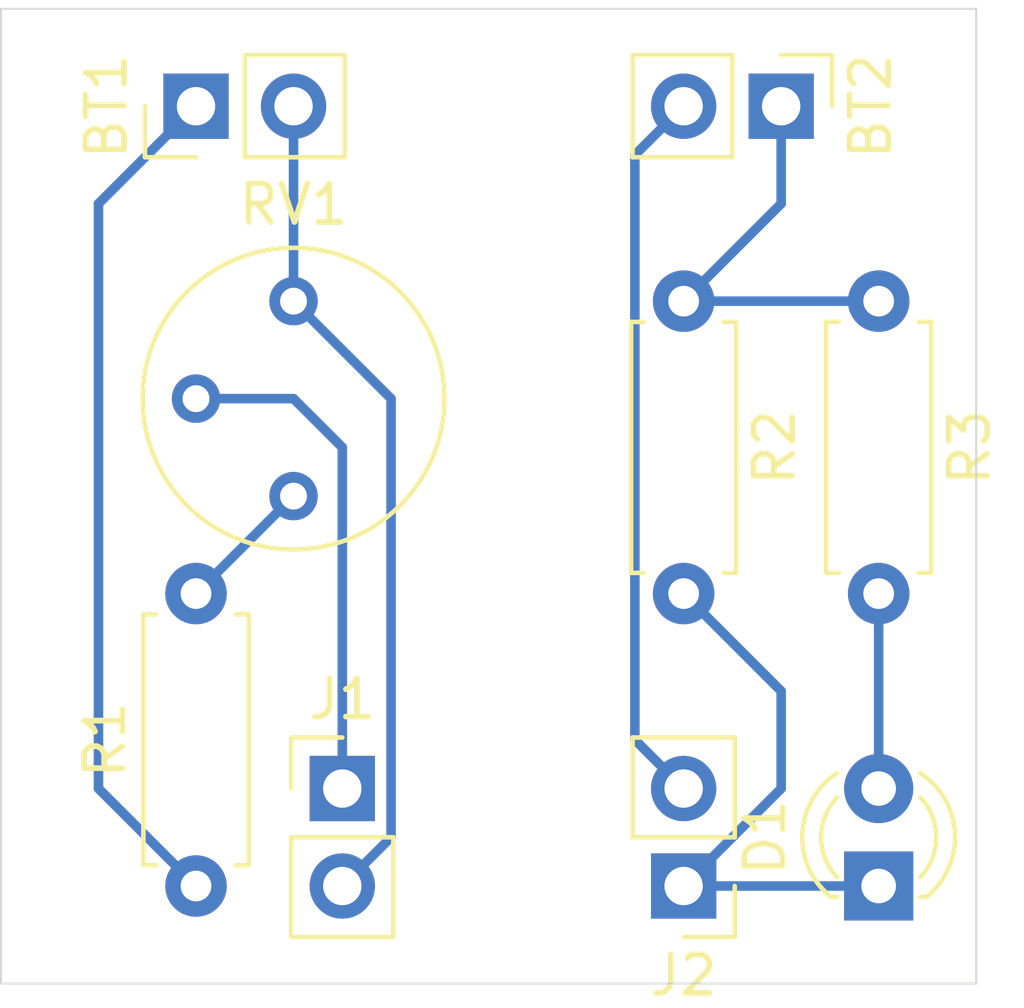
<source format=kicad_pcb>
(kicad_pcb (version 20171130) (host pcbnew "(5.1.4)-1")

  (general
    (thickness 1.6)
    (drawings 4)
    (tracks 22)
    (zones 0)
    (modules 9)
    (nets 9)
  )

  (page A4)
  (layers
    (0 F.Cu signal)
    (31 B.Cu signal)
    (32 B.Adhes user)
    (33 F.Adhes user)
    (34 B.Paste user)
    (35 F.Paste user)
    (36 B.SilkS user)
    (37 F.SilkS user)
    (38 B.Mask user)
    (39 F.Mask user)
    (40 Dwgs.User user)
    (41 Cmts.User user)
    (42 Eco1.User user)
    (43 Eco2.User user)
    (44 Edge.Cuts user)
    (45 Margin user)
    (46 B.CrtYd user)
    (47 F.CrtYd user)
    (48 B.Fab user)
    (49 F.Fab user)
  )

  (setup
    (last_trace_width 0.25)
    (trace_clearance 0.2)
    (zone_clearance 0.508)
    (zone_45_only no)
    (trace_min 0.2)
    (via_size 0.8)
    (via_drill 0.4)
    (via_min_size 0.4)
    (via_min_drill 0.3)
    (uvia_size 0.3)
    (uvia_drill 0.1)
    (uvias_allowed no)
    (uvia_min_size 0.2)
    (uvia_min_drill 0.1)
    (edge_width 0.05)
    (segment_width 0.2)
    (pcb_text_width 0.3)
    (pcb_text_size 1.5 1.5)
    (mod_edge_width 0.12)
    (mod_text_size 1 1)
    (mod_text_width 0.15)
    (pad_size 1.524 1.524)
    (pad_drill 0.762)
    (pad_to_mask_clearance 0.051)
    (solder_mask_min_width 0.25)
    (aux_axis_origin 0 0)
    (visible_elements FFFFFF7F)
    (pcbplotparams
      (layerselection 0x010fc_ffffffff)
      (usegerberextensions false)
      (usegerberattributes false)
      (usegerberadvancedattributes false)
      (creategerberjobfile false)
      (excludeedgelayer true)
      (linewidth 0.100000)
      (plotframeref false)
      (viasonmask false)
      (mode 1)
      (useauxorigin false)
      (hpglpennumber 1)
      (hpglpenspeed 20)
      (hpglpendiameter 15.000000)
      (psnegative false)
      (psa4output false)
      (plotreference true)
      (plotvalue true)
      (plotinvisibletext false)
      (padsonsilk false)
      (subtractmaskfromsilk false)
      (outputformat 1)
      (mirror false)
      (drillshape 1)
      (scaleselection 1)
      (outputdirectory ""))
  )

  (net 0 "")
  (net 1 "Net-(BT1-Pad2)")
  (net 2 "Net-(BT1-Pad1)")
  (net 3 "Net-(BT2-Pad2)")
  (net 4 "Net-(BT2-Pad1)")
  (net 5 "Net-(D1-Pad2)")
  (net 6 "Net-(D1-Pad1)")
  (net 7 "Net-(J1-Pad1)")
  (net 8 "Net-(R1-Pad2)")

  (net_class Default "This is the default net class."
    (clearance 0.2)
    (trace_width 0.25)
    (via_dia 0.8)
    (via_drill 0.4)
    (uvia_dia 0.3)
    (uvia_drill 0.1)
    (add_net "Net-(BT1-Pad1)")
    (add_net "Net-(BT1-Pad2)")
    (add_net "Net-(BT2-Pad1)")
    (add_net "Net-(BT2-Pad2)")
    (add_net "Net-(D1-Pad1)")
    (add_net "Net-(D1-Pad2)")
    (add_net "Net-(J1-Pad1)")
    (add_net "Net-(R1-Pad2)")
  )

  (module Connector_PinHeader_2.54mm:PinHeader_1x02_P2.54mm_Vertical (layer F.Cu) (tedit 59FED5CC) (tstamp 5F4DA21A)
    (at 71.12 55.88 270)
    (descr "Through hole straight pin header, 1x02, 2.54mm pitch, single row")
    (tags "Through hole pin header THT 1x02 2.54mm single row")
    (path /5F4E51EF)
    (fp_text reference BT2 (at 0 -2.33 90) (layer F.SilkS)
      (effects (font (size 1 1) (thickness 0.15)))
    )
    (fp_text value Battery (at 0 4.87 90) (layer F.Fab)
      (effects (font (size 1 1) (thickness 0.15)))
    )
    (fp_text user %R (at 0 1.27) (layer F.Fab)
      (effects (font (size 1 1) (thickness 0.15)))
    )
    (fp_line (start 1.8 -1.8) (end -1.8 -1.8) (layer F.CrtYd) (width 0.05))
    (fp_line (start 1.8 4.35) (end 1.8 -1.8) (layer F.CrtYd) (width 0.05))
    (fp_line (start -1.8 4.35) (end 1.8 4.35) (layer F.CrtYd) (width 0.05))
    (fp_line (start -1.8 -1.8) (end -1.8 4.35) (layer F.CrtYd) (width 0.05))
    (fp_line (start -1.33 -1.33) (end 0 -1.33) (layer F.SilkS) (width 0.12))
    (fp_line (start -1.33 0) (end -1.33 -1.33) (layer F.SilkS) (width 0.12))
    (fp_line (start -1.33 1.27) (end 1.33 1.27) (layer F.SilkS) (width 0.12))
    (fp_line (start 1.33 1.27) (end 1.33 3.87) (layer F.SilkS) (width 0.12))
    (fp_line (start -1.33 1.27) (end -1.33 3.87) (layer F.SilkS) (width 0.12))
    (fp_line (start -1.33 3.87) (end 1.33 3.87) (layer F.SilkS) (width 0.12))
    (fp_line (start -1.27 -0.635) (end -0.635 -1.27) (layer F.Fab) (width 0.1))
    (fp_line (start -1.27 3.81) (end -1.27 -0.635) (layer F.Fab) (width 0.1))
    (fp_line (start 1.27 3.81) (end -1.27 3.81) (layer F.Fab) (width 0.1))
    (fp_line (start 1.27 -1.27) (end 1.27 3.81) (layer F.Fab) (width 0.1))
    (fp_line (start -0.635 -1.27) (end 1.27 -1.27) (layer F.Fab) (width 0.1))
    (pad 2 thru_hole oval (at 0 2.54 270) (size 1.7 1.7) (drill 1) (layers *.Cu *.Mask)
      (net 3 "Net-(BT2-Pad2)"))
    (pad 1 thru_hole rect (at 0 0 270) (size 1.7 1.7) (drill 1) (layers *.Cu *.Mask)
      (net 4 "Net-(BT2-Pad1)"))
    (model ${KISYS3DMOD}/Connector_PinHeader_2.54mm.3dshapes/PinHeader_1x02_P2.54mm_Vertical.wrl
      (at (xyz 0 0 0))
      (scale (xyz 1 1 1))
      (rotate (xyz 0 0 0))
    )
  )

  (module Connector_PinHeader_2.54mm:PinHeader_1x02_P2.54mm_Vertical (layer F.Cu) (tedit 59FED5CC) (tstamp 5F4DA20F)
    (at 55.88 55.88 90)
    (descr "Through hole straight pin header, 1x02, 2.54mm pitch, single row")
    (tags "Through hole pin header THT 1x02 2.54mm single row")
    (path /5F4D9F7B)
    (fp_text reference BT1 (at 0 -2.33 90) (layer F.SilkS)
      (effects (font (size 1 1) (thickness 0.15)))
    )
    (fp_text value Battery (at 0 4.87 90) (layer F.Fab)
      (effects (font (size 1 1) (thickness 0.15)))
    )
    (fp_text user %R (at 0 1.27) (layer F.Fab)
      (effects (font (size 1 1) (thickness 0.15)))
    )
    (fp_line (start 1.8 -1.8) (end -1.8 -1.8) (layer F.CrtYd) (width 0.05))
    (fp_line (start 1.8 4.35) (end 1.8 -1.8) (layer F.CrtYd) (width 0.05))
    (fp_line (start -1.8 4.35) (end 1.8 4.35) (layer F.CrtYd) (width 0.05))
    (fp_line (start -1.8 -1.8) (end -1.8 4.35) (layer F.CrtYd) (width 0.05))
    (fp_line (start -1.33 -1.33) (end 0 -1.33) (layer F.SilkS) (width 0.12))
    (fp_line (start -1.33 0) (end -1.33 -1.33) (layer F.SilkS) (width 0.12))
    (fp_line (start -1.33 1.27) (end 1.33 1.27) (layer F.SilkS) (width 0.12))
    (fp_line (start 1.33 1.27) (end 1.33 3.87) (layer F.SilkS) (width 0.12))
    (fp_line (start -1.33 1.27) (end -1.33 3.87) (layer F.SilkS) (width 0.12))
    (fp_line (start -1.33 3.87) (end 1.33 3.87) (layer F.SilkS) (width 0.12))
    (fp_line (start -1.27 -0.635) (end -0.635 -1.27) (layer F.Fab) (width 0.1))
    (fp_line (start -1.27 3.81) (end -1.27 -0.635) (layer F.Fab) (width 0.1))
    (fp_line (start 1.27 3.81) (end -1.27 3.81) (layer F.Fab) (width 0.1))
    (fp_line (start 1.27 -1.27) (end 1.27 3.81) (layer F.Fab) (width 0.1))
    (fp_line (start -0.635 -1.27) (end 1.27 -1.27) (layer F.Fab) (width 0.1))
    (pad 2 thru_hole oval (at 0 2.54 90) (size 1.7 1.7) (drill 1) (layers *.Cu *.Mask)
      (net 1 "Net-(BT1-Pad2)"))
    (pad 1 thru_hole rect (at 0 0 90) (size 1.7 1.7) (drill 1) (layers *.Cu *.Mask)
      (net 2 "Net-(BT1-Pad1)"))
    (model ${KISYS3DMOD}/Connector_PinHeader_2.54mm.3dshapes/PinHeader_1x02_P2.54mm_Vertical.wrl
      (at (xyz 0 0 0))
      (scale (xyz 1 1 1))
      (rotate (xyz 0 0 0))
    )
  )

  (module Potentiometer_THT:Potentiometer_Bourns_3339P_Vertical (layer F.Cu) (tedit 5A3D4993) (tstamp 5F4DA2AF)
    (at 58.42 66.04)
    (descr "Potentiometer, vertical, Bourns 3339P, http://www.bourns.com/docs/Product-Datasheets/3339.pdf")
    (tags "Potentiometer vertical Bourns 3339P")
    (path /5F4DBF7C)
    (fp_text reference RV1 (at 0 -7.6) (layer F.SilkS)
      (effects (font (size 1 1) (thickness 0.15)))
    )
    (fp_text value 50K (at 0 2.52) (layer F.Fab)
      (effects (font (size 1 1) (thickness 0.15)))
    )
    (fp_text user %R (at -3.018 -2.54 90) (layer F.Fab)
      (effects (font (size 0.66 0.66) (thickness 0.15)))
    )
    (fp_line (start 4.1 -6.6) (end -4.1 -6.6) (layer F.CrtYd) (width 0.05))
    (fp_line (start 4.1 1.55) (end 4.1 -6.6) (layer F.CrtYd) (width 0.05))
    (fp_line (start -4.1 1.55) (end 4.1 1.55) (layer F.CrtYd) (width 0.05))
    (fp_line (start -4.1 -6.6) (end -4.1 1.55) (layer F.CrtYd) (width 0.05))
    (fp_line (start 0 -0.064) (end 0.001 -5.014) (layer F.Fab) (width 0.1))
    (fp_line (start 0 -0.064) (end 0.001 -5.014) (layer F.Fab) (width 0.1))
    (fp_circle (center 0 -2.54) (end 3.93 -2.54) (layer F.SilkS) (width 0.12))
    (fp_circle (center 0 -2.54) (end 2.5 -2.54) (layer F.Fab) (width 0.1))
    (fp_circle (center 0 -2.54) (end 3.81 -2.54) (layer F.Fab) (width 0.1))
    (pad 1 thru_hole circle (at 0 0) (size 1.26 1.26) (drill 0.7) (layers *.Cu *.Mask)
      (net 8 "Net-(R1-Pad2)"))
    (pad 2 thru_hole circle (at -2.54 -2.54) (size 1.26 1.26) (drill 0.7) (layers *.Cu *.Mask)
      (net 7 "Net-(J1-Pad1)"))
    (pad 3 thru_hole circle (at 0 -5.08) (size 1.26 1.26) (drill 0.7) (layers *.Cu *.Mask)
      (net 1 "Net-(BT1-Pad2)"))
    (model ${KISYS3DMOD}/Potentiometer_THT.3dshapes/Potentiometer_Bourns_3339P_Vertical.wrl
      (at (xyz 0 0 0))
      (scale (xyz 1 1 1))
      (rotate (xyz 0 0 0))
    )
  )

  (module Resistor_THT:R_Axial_DIN0207_L6.3mm_D2.5mm_P7.62mm_Horizontal (layer F.Cu) (tedit 5AE5139B) (tstamp 5F4DA29E)
    (at 73.66 60.96 270)
    (descr "Resistor, Axial_DIN0207 series, Axial, Horizontal, pin pitch=7.62mm, 0.25W = 1/4W, length*diameter=6.3*2.5mm^2, http://cdn-reichelt.de/documents/datenblatt/B400/1_4W%23YAG.pdf")
    (tags "Resistor Axial_DIN0207 series Axial Horizontal pin pitch 7.62mm 0.25W = 1/4W length 6.3mm diameter 2.5mm")
    (path /5F4E2AF8)
    (fp_text reference R3 (at 3.81 -2.37 90) (layer F.SilkS)
      (effects (font (size 1 1) (thickness 0.15)))
    )
    (fp_text value 2K (at 3.81 2.37 90) (layer F.Fab)
      (effects (font (size 1 1) (thickness 0.15)))
    )
    (fp_text user %R (at 3.81 0 90) (layer F.Fab)
      (effects (font (size 1 1) (thickness 0.15)))
    )
    (fp_line (start 8.67 -1.5) (end -1.05 -1.5) (layer F.CrtYd) (width 0.05))
    (fp_line (start 8.67 1.5) (end 8.67 -1.5) (layer F.CrtYd) (width 0.05))
    (fp_line (start -1.05 1.5) (end 8.67 1.5) (layer F.CrtYd) (width 0.05))
    (fp_line (start -1.05 -1.5) (end -1.05 1.5) (layer F.CrtYd) (width 0.05))
    (fp_line (start 7.08 1.37) (end 7.08 1.04) (layer F.SilkS) (width 0.12))
    (fp_line (start 0.54 1.37) (end 7.08 1.37) (layer F.SilkS) (width 0.12))
    (fp_line (start 0.54 1.04) (end 0.54 1.37) (layer F.SilkS) (width 0.12))
    (fp_line (start 7.08 -1.37) (end 7.08 -1.04) (layer F.SilkS) (width 0.12))
    (fp_line (start 0.54 -1.37) (end 7.08 -1.37) (layer F.SilkS) (width 0.12))
    (fp_line (start 0.54 -1.04) (end 0.54 -1.37) (layer F.SilkS) (width 0.12))
    (fp_line (start 7.62 0) (end 6.96 0) (layer F.Fab) (width 0.1))
    (fp_line (start 0 0) (end 0.66 0) (layer F.Fab) (width 0.1))
    (fp_line (start 6.96 -1.25) (end 0.66 -1.25) (layer F.Fab) (width 0.1))
    (fp_line (start 6.96 1.25) (end 6.96 -1.25) (layer F.Fab) (width 0.1))
    (fp_line (start 0.66 1.25) (end 6.96 1.25) (layer F.Fab) (width 0.1))
    (fp_line (start 0.66 -1.25) (end 0.66 1.25) (layer F.Fab) (width 0.1))
    (pad 2 thru_hole oval (at 7.62 0 270) (size 1.6 1.6) (drill 0.8) (layers *.Cu *.Mask)
      (net 5 "Net-(D1-Pad2)"))
    (pad 1 thru_hole circle (at 0 0 270) (size 1.6 1.6) (drill 0.8) (layers *.Cu *.Mask)
      (net 4 "Net-(BT2-Pad1)"))
    (model ${KISYS3DMOD}/Resistor_THT.3dshapes/R_Axial_DIN0207_L6.3mm_D2.5mm_P7.62mm_Horizontal.wrl
      (at (xyz 0 0 0))
      (scale (xyz 1 1 1))
      (rotate (xyz 0 0 0))
    )
  )

  (module Resistor_THT:R_Axial_DIN0207_L6.3mm_D2.5mm_P7.62mm_Horizontal (layer F.Cu) (tedit 5AE5139B) (tstamp 5F4DA287)
    (at 68.58 60.96 270)
    (descr "Resistor, Axial_DIN0207 series, Axial, Horizontal, pin pitch=7.62mm, 0.25W = 1/4W, length*diameter=6.3*2.5mm^2, http://cdn-reichelt.de/documents/datenblatt/B400/1_4W%23YAG.pdf")
    (tags "Resistor Axial_DIN0207 series Axial Horizontal pin pitch 7.62mm 0.25W = 1/4W length 6.3mm diameter 2.5mm")
    (path /5F4DFD50)
    (fp_text reference R2 (at 3.81 -2.37 90) (layer F.SilkS)
      (effects (font (size 1 1) (thickness 0.15)))
    )
    (fp_text value 3.3K (at 3.81 2.37 90) (layer F.Fab)
      (effects (font (size 1 1) (thickness 0.15)))
    )
    (fp_text user %R (at 3.81 0 90) (layer F.Fab)
      (effects (font (size 1 1) (thickness 0.15)))
    )
    (fp_line (start 8.67 -1.5) (end -1.05 -1.5) (layer F.CrtYd) (width 0.05))
    (fp_line (start 8.67 1.5) (end 8.67 -1.5) (layer F.CrtYd) (width 0.05))
    (fp_line (start -1.05 1.5) (end 8.67 1.5) (layer F.CrtYd) (width 0.05))
    (fp_line (start -1.05 -1.5) (end -1.05 1.5) (layer F.CrtYd) (width 0.05))
    (fp_line (start 7.08 1.37) (end 7.08 1.04) (layer F.SilkS) (width 0.12))
    (fp_line (start 0.54 1.37) (end 7.08 1.37) (layer F.SilkS) (width 0.12))
    (fp_line (start 0.54 1.04) (end 0.54 1.37) (layer F.SilkS) (width 0.12))
    (fp_line (start 7.08 -1.37) (end 7.08 -1.04) (layer F.SilkS) (width 0.12))
    (fp_line (start 0.54 -1.37) (end 7.08 -1.37) (layer F.SilkS) (width 0.12))
    (fp_line (start 0.54 -1.04) (end 0.54 -1.37) (layer F.SilkS) (width 0.12))
    (fp_line (start 7.62 0) (end 6.96 0) (layer F.Fab) (width 0.1))
    (fp_line (start 0 0) (end 0.66 0) (layer F.Fab) (width 0.1))
    (fp_line (start 6.96 -1.25) (end 0.66 -1.25) (layer F.Fab) (width 0.1))
    (fp_line (start 6.96 1.25) (end 6.96 -1.25) (layer F.Fab) (width 0.1))
    (fp_line (start 0.66 1.25) (end 6.96 1.25) (layer F.Fab) (width 0.1))
    (fp_line (start 0.66 -1.25) (end 0.66 1.25) (layer F.Fab) (width 0.1))
    (pad 2 thru_hole oval (at 7.62 0 270) (size 1.6 1.6) (drill 0.8) (layers *.Cu *.Mask)
      (net 6 "Net-(D1-Pad1)"))
    (pad 1 thru_hole circle (at 0 0 270) (size 1.6 1.6) (drill 0.8) (layers *.Cu *.Mask)
      (net 4 "Net-(BT2-Pad1)"))
    (model ${KISYS3DMOD}/Resistor_THT.3dshapes/R_Axial_DIN0207_L6.3mm_D2.5mm_P7.62mm_Horizontal.wrl
      (at (xyz 0 0 0))
      (scale (xyz 1 1 1))
      (rotate (xyz 0 0 0))
    )
  )

  (module Resistor_THT:R_Axial_DIN0207_L6.3mm_D2.5mm_P7.62mm_Horizontal (layer F.Cu) (tedit 5AE5139B) (tstamp 5F4DA270)
    (at 55.88 76.2 90)
    (descr "Resistor, Axial_DIN0207 series, Axial, Horizontal, pin pitch=7.62mm, 0.25W = 1/4W, length*diameter=6.3*2.5mm^2, http://cdn-reichelt.de/documents/datenblatt/B400/1_4W%23YAG.pdf")
    (tags "Resistor Axial_DIN0207 series Axial Horizontal pin pitch 7.62mm 0.25W = 1/4W length 6.3mm diameter 2.5mm")
    (path /5F4DD559)
    (fp_text reference R1 (at 3.81 -2.37 90) (layer F.SilkS)
      (effects (font (size 1 1) (thickness 0.15)))
    )
    (fp_text value 10K (at 3.81 2.37 90) (layer F.Fab)
      (effects (font (size 1 1) (thickness 0.15)))
    )
    (fp_text user %R (at 3.81 0 90) (layer F.Fab)
      (effects (font (size 1 1) (thickness 0.15)))
    )
    (fp_line (start 8.67 -1.5) (end -1.05 -1.5) (layer F.CrtYd) (width 0.05))
    (fp_line (start 8.67 1.5) (end 8.67 -1.5) (layer F.CrtYd) (width 0.05))
    (fp_line (start -1.05 1.5) (end 8.67 1.5) (layer F.CrtYd) (width 0.05))
    (fp_line (start -1.05 -1.5) (end -1.05 1.5) (layer F.CrtYd) (width 0.05))
    (fp_line (start 7.08 1.37) (end 7.08 1.04) (layer F.SilkS) (width 0.12))
    (fp_line (start 0.54 1.37) (end 7.08 1.37) (layer F.SilkS) (width 0.12))
    (fp_line (start 0.54 1.04) (end 0.54 1.37) (layer F.SilkS) (width 0.12))
    (fp_line (start 7.08 -1.37) (end 7.08 -1.04) (layer F.SilkS) (width 0.12))
    (fp_line (start 0.54 -1.37) (end 7.08 -1.37) (layer F.SilkS) (width 0.12))
    (fp_line (start 0.54 -1.04) (end 0.54 -1.37) (layer F.SilkS) (width 0.12))
    (fp_line (start 7.62 0) (end 6.96 0) (layer F.Fab) (width 0.1))
    (fp_line (start 0 0) (end 0.66 0) (layer F.Fab) (width 0.1))
    (fp_line (start 6.96 -1.25) (end 0.66 -1.25) (layer F.Fab) (width 0.1))
    (fp_line (start 6.96 1.25) (end 6.96 -1.25) (layer F.Fab) (width 0.1))
    (fp_line (start 0.66 1.25) (end 6.96 1.25) (layer F.Fab) (width 0.1))
    (fp_line (start 0.66 -1.25) (end 0.66 1.25) (layer F.Fab) (width 0.1))
    (pad 2 thru_hole oval (at 7.62 0 90) (size 1.6 1.6) (drill 0.8) (layers *.Cu *.Mask)
      (net 8 "Net-(R1-Pad2)"))
    (pad 1 thru_hole circle (at 0 0 90) (size 1.6 1.6) (drill 0.8) (layers *.Cu *.Mask)
      (net 2 "Net-(BT1-Pad1)"))
    (model ${KISYS3DMOD}/Resistor_THT.3dshapes/R_Axial_DIN0207_L6.3mm_D2.5mm_P7.62mm_Horizontal.wrl
      (at (xyz 0 0 0))
      (scale (xyz 1 1 1))
      (rotate (xyz 0 0 0))
    )
  )

  (module Connector_PinHeader_2.54mm:PinHeader_1x02_P2.54mm_Vertical (layer F.Cu) (tedit 59FED5CC) (tstamp 5F4DA259)
    (at 68.58 76.2 180)
    (descr "Through hole straight pin header, 1x02, 2.54mm pitch, single row")
    (tags "Through hole pin header THT 1x02 2.54mm single row")
    (path /5F4DE9D6)
    (fp_text reference J2 (at 0 -2.33) (layer F.SilkS)
      (effects (font (size 1 1) (thickness 0.15)))
    )
    (fp_text value Conn_01x02_Male (at 0 4.87) (layer F.Fab)
      (effects (font (size 1 1) (thickness 0.15)))
    )
    (fp_text user %R (at 0 1.27 90) (layer F.Fab)
      (effects (font (size 1 1) (thickness 0.15)))
    )
    (fp_line (start 1.8 -1.8) (end -1.8 -1.8) (layer F.CrtYd) (width 0.05))
    (fp_line (start 1.8 4.35) (end 1.8 -1.8) (layer F.CrtYd) (width 0.05))
    (fp_line (start -1.8 4.35) (end 1.8 4.35) (layer F.CrtYd) (width 0.05))
    (fp_line (start -1.8 -1.8) (end -1.8 4.35) (layer F.CrtYd) (width 0.05))
    (fp_line (start -1.33 -1.33) (end 0 -1.33) (layer F.SilkS) (width 0.12))
    (fp_line (start -1.33 0) (end -1.33 -1.33) (layer F.SilkS) (width 0.12))
    (fp_line (start -1.33 1.27) (end 1.33 1.27) (layer F.SilkS) (width 0.12))
    (fp_line (start 1.33 1.27) (end 1.33 3.87) (layer F.SilkS) (width 0.12))
    (fp_line (start -1.33 1.27) (end -1.33 3.87) (layer F.SilkS) (width 0.12))
    (fp_line (start -1.33 3.87) (end 1.33 3.87) (layer F.SilkS) (width 0.12))
    (fp_line (start -1.27 -0.635) (end -0.635 -1.27) (layer F.Fab) (width 0.1))
    (fp_line (start -1.27 3.81) (end -1.27 -0.635) (layer F.Fab) (width 0.1))
    (fp_line (start 1.27 3.81) (end -1.27 3.81) (layer F.Fab) (width 0.1))
    (fp_line (start 1.27 -1.27) (end 1.27 3.81) (layer F.Fab) (width 0.1))
    (fp_line (start -0.635 -1.27) (end 1.27 -1.27) (layer F.Fab) (width 0.1))
    (pad 2 thru_hole oval (at 0 2.54 180) (size 1.7 1.7) (drill 1) (layers *.Cu *.Mask)
      (net 3 "Net-(BT2-Pad2)"))
    (pad 1 thru_hole rect (at 0 0 180) (size 1.7 1.7) (drill 1) (layers *.Cu *.Mask)
      (net 6 "Net-(D1-Pad1)"))
    (model ${KISYS3DMOD}/Connector_PinHeader_2.54mm.3dshapes/PinHeader_1x02_P2.54mm_Vertical.wrl
      (at (xyz 0 0 0))
      (scale (xyz 1 1 1))
      (rotate (xyz 0 0 0))
    )
  )

  (module Connector_PinHeader_2.54mm:PinHeader_1x02_P2.54mm_Vertical (layer F.Cu) (tedit 59FED5CC) (tstamp 5F4DA243)
    (at 59.69 73.66)
    (descr "Through hole straight pin header, 1x02, 2.54mm pitch, single row")
    (tags "Through hole pin header THT 1x02 2.54mm single row")
    (path /5F4D96CE)
    (fp_text reference J1 (at 0 -2.33) (layer F.SilkS)
      (effects (font (size 1 1) (thickness 0.15)))
    )
    (fp_text value Conn_01x02_Male (at 0 4.87) (layer F.Fab)
      (effects (font (size 1 1) (thickness 0.15)))
    )
    (fp_text user %R (at 0 1.27 90) (layer F.Fab)
      (effects (font (size 1 1) (thickness 0.15)))
    )
    (fp_line (start 1.8 -1.8) (end -1.8 -1.8) (layer F.CrtYd) (width 0.05))
    (fp_line (start 1.8 4.35) (end 1.8 -1.8) (layer F.CrtYd) (width 0.05))
    (fp_line (start -1.8 4.35) (end 1.8 4.35) (layer F.CrtYd) (width 0.05))
    (fp_line (start -1.8 -1.8) (end -1.8 4.35) (layer F.CrtYd) (width 0.05))
    (fp_line (start -1.33 -1.33) (end 0 -1.33) (layer F.SilkS) (width 0.12))
    (fp_line (start -1.33 0) (end -1.33 -1.33) (layer F.SilkS) (width 0.12))
    (fp_line (start -1.33 1.27) (end 1.33 1.27) (layer F.SilkS) (width 0.12))
    (fp_line (start 1.33 1.27) (end 1.33 3.87) (layer F.SilkS) (width 0.12))
    (fp_line (start -1.33 1.27) (end -1.33 3.87) (layer F.SilkS) (width 0.12))
    (fp_line (start -1.33 3.87) (end 1.33 3.87) (layer F.SilkS) (width 0.12))
    (fp_line (start -1.27 -0.635) (end -0.635 -1.27) (layer F.Fab) (width 0.1))
    (fp_line (start -1.27 3.81) (end -1.27 -0.635) (layer F.Fab) (width 0.1))
    (fp_line (start 1.27 3.81) (end -1.27 3.81) (layer F.Fab) (width 0.1))
    (fp_line (start 1.27 -1.27) (end 1.27 3.81) (layer F.Fab) (width 0.1))
    (fp_line (start -0.635 -1.27) (end 1.27 -1.27) (layer F.Fab) (width 0.1))
    (pad 2 thru_hole oval (at 0 2.54) (size 1.7 1.7) (drill 1) (layers *.Cu *.Mask)
      (net 1 "Net-(BT1-Pad2)"))
    (pad 1 thru_hole rect (at 0 0) (size 1.7 1.7) (drill 1) (layers *.Cu *.Mask)
      (net 7 "Net-(J1-Pad1)"))
    (model ${KISYS3DMOD}/Connector_PinHeader_2.54mm.3dshapes/PinHeader_1x02_P2.54mm_Vertical.wrl
      (at (xyz 0 0 0))
      (scale (xyz 1 1 1))
      (rotate (xyz 0 0 0))
    )
  )

  (module LED_THT:LED_D3.0mm_FlatTop (layer F.Cu) (tedit 5880A862) (tstamp 5F4DA22D)
    (at 73.66 76.2 90)
    (descr "LED, Round, FlatTop, diameter 3.0mm, 2 pins, http://www.kingbright.com/attachments/file/psearch/000/00/00/L-47XEC(Ver.9A).pdf")
    (tags "LED Round FlatTop diameter 3.0mm 2 pins")
    (path /5F4E0D4D)
    (fp_text reference D1 (at 1.27 -2.96 90) (layer F.SilkS)
      (effects (font (size 1 1) (thickness 0.15)))
    )
    (fp_text value LED (at 1.27 2.96 90) (layer F.Fab)
      (effects (font (size 1 1) (thickness 0.15)))
    )
    (fp_line (start 3.7 -2.25) (end -1.15 -2.25) (layer F.CrtYd) (width 0.05))
    (fp_line (start 3.7 2.25) (end 3.7 -2.25) (layer F.CrtYd) (width 0.05))
    (fp_line (start -1.15 2.25) (end 3.7 2.25) (layer F.CrtYd) (width 0.05))
    (fp_line (start -1.15 -2.25) (end -1.15 2.25) (layer F.CrtYd) (width 0.05))
    (fp_line (start -0.29 1.08) (end -0.29 1.236) (layer F.SilkS) (width 0.12))
    (fp_line (start -0.29 -1.236) (end -0.29 -1.08) (layer F.SilkS) (width 0.12))
    (fp_line (start -0.23 -1.16619) (end -0.23 1.16619) (layer F.Fab) (width 0.1))
    (fp_circle (center 1.27 0) (end 2.77 0) (layer F.Fab) (width 0.1))
    (fp_arc (start 1.27 0) (end 0.229039 1.08) (angle -87.9) (layer F.SilkS) (width 0.12))
    (fp_arc (start 1.27 0) (end 0.229039 -1.08) (angle 87.9) (layer F.SilkS) (width 0.12))
    (fp_arc (start 1.27 0) (end -0.29 1.235516) (angle -108.8) (layer F.SilkS) (width 0.12))
    (fp_arc (start 1.27 0) (end -0.29 -1.235516) (angle 108.8) (layer F.SilkS) (width 0.12))
    (fp_arc (start 1.27 0) (end -0.23 -1.16619) (angle 284.3) (layer F.Fab) (width 0.1))
    (pad 2 thru_hole circle (at 2.54 0 90) (size 1.8 1.8) (drill 0.9) (layers *.Cu *.Mask)
      (net 5 "Net-(D1-Pad2)"))
    (pad 1 thru_hole rect (at 0 0 90) (size 1.8 1.8) (drill 0.9) (layers *.Cu *.Mask)
      (net 6 "Net-(D1-Pad1)"))
    (model ${KISYS3DMOD}/LED_THT.3dshapes/LED_D3.0mm_FlatTop.wrl
      (at (xyz 0 0 0))
      (scale (xyz 1 1 1))
      (rotate (xyz 0 0 0))
    )
  )

  (gr_line (start 50.8 78.74) (end 50.8 53.34) (layer Edge.Cuts) (width 0.05) (tstamp 5F4DB12A))
  (gr_line (start 76.2 78.74) (end 50.8 78.74) (layer Edge.Cuts) (width 0.05))
  (gr_line (start 76.2 53.34) (end 76.2 78.74) (layer Edge.Cuts) (width 0.05))
  (gr_line (start 50.8 53.34) (end 76.2 53.34) (layer Edge.Cuts) (width 0.05))

  (segment (start 58.42 55.88) (end 58.42 60.96) (width 0.25) (layer B.Cu) (net 1))
  (segment (start 58.42 60.96) (end 60.96 63.5) (width 0.25) (layer B.Cu) (net 1))
  (segment (start 59.69 76.2) (end 60.96 74.93) (width 0.25) (layer B.Cu) (net 1))
  (segment (start 60.96 63.5) (end 60.96 74.93) (width 0.25) (layer B.Cu) (net 1))
  (segment (start 55.88 55.88) (end 53.34 58.42) (width 0.25) (layer B.Cu) (net 2))
  (segment (start 53.34 58.42) (end 53.34 73.66) (width 0.25) (layer B.Cu) (net 2))
  (segment (start 53.34 73.66) (end 55.88 76.2) (width 0.25) (layer B.Cu) (net 2))
  (segment (start 68.58 55.88) (end 67.31 57.15) (width 0.25) (layer B.Cu) (net 3))
  (segment (start 67.31 72.39) (end 68.58 73.66) (width 0.25) (layer B.Cu) (net 3))
  (segment (start 67.31 57.15) (end 67.31 72.39) (width 0.25) (layer B.Cu) (net 3))
  (segment (start 68.58 60.96) (end 73.66 60.96) (width 0.25) (layer B.Cu) (net 4))
  (segment (start 71.12 58.42) (end 68.58 60.96) (width 0.25) (layer B.Cu) (net 4))
  (segment (start 71.12 55.88) (end 71.12 58.42) (width 0.25) (layer B.Cu) (net 4))
  (segment (start 73.66 68.58) (end 73.66 73.66) (width 0.25) (layer B.Cu) (net 5))
  (segment (start 73.66 76.2) (end 68.58 76.2) (width 0.25) (layer B.Cu) (net 6))
  (segment (start 68.58 68.58) (end 71.12 71.12) (width 0.25) (layer B.Cu) (net 6))
  (segment (start 71.12 71.12) (end 71.12 73.66) (width 0.25) (layer B.Cu) (net 6))
  (segment (start 71.12 73.66) (end 68.58 76.2) (width 0.25) (layer B.Cu) (net 6))
  (segment (start 55.88 63.5) (end 58.42 63.5) (width 0.25) (layer B.Cu) (net 7))
  (segment (start 59.69 64.77) (end 59.69 73.66) (width 0.25) (layer B.Cu) (net 7))
  (segment (start 58.42 63.5) (end 59.69 64.77) (width 0.25) (layer B.Cu) (net 7))
  (segment (start 55.88 68.58) (end 58.42 66.04) (width 0.25) (layer B.Cu) (net 8))

)

</source>
